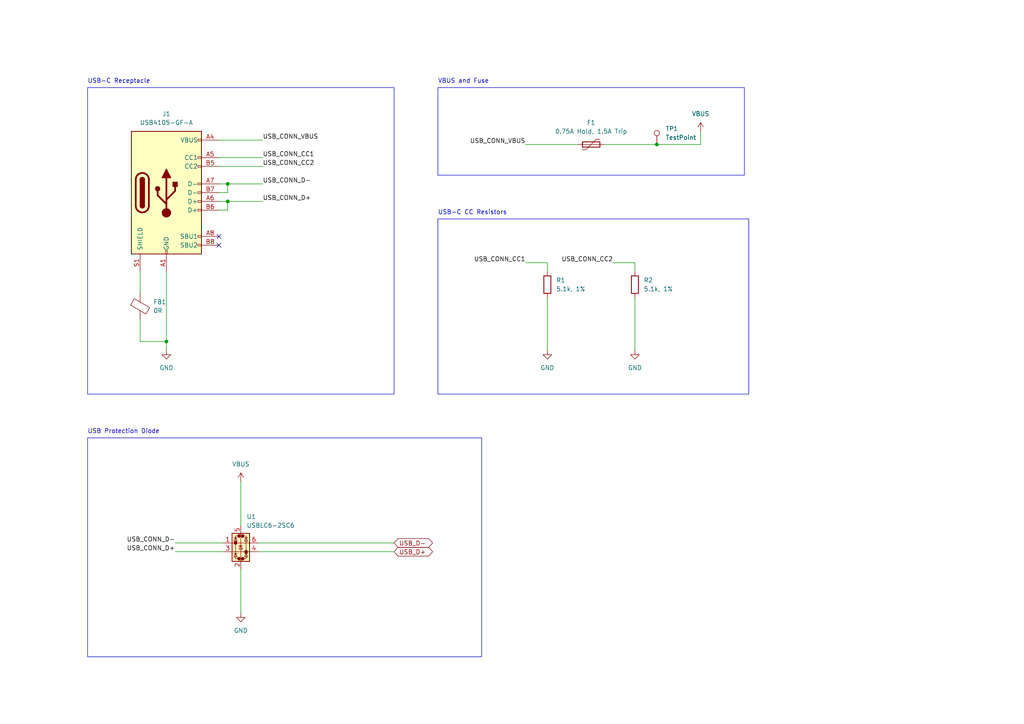
<source format=kicad_sch>
(kicad_sch (version 20250114) (generator "eeschema") (generator_version "9.0")
  (paper "A4")
  (lib_symbols
    (symbol "Connector:TestPoint" (pin_numbers (hide yes)) (pin_names (offset 0.762) (hide yes))
      (property "Reference" "TP" (at 0 6.858 0))
      (property "Value" "TestPoint" (at 0 5.08 0))
      (symbol "TestPoint_0_1"
        (circle (center 0 3.302) (radius 0.762))
      )
      (symbol "TestPoint_1_1"
        (pin passive line (at 0 0 90) (length 2.54) (name "1") (number "1"))
      )
    )
    (symbol "Connector:USB_C_Receptacle_USB2.0_16P" (pin_names (offset 1.016))
      (property "Reference" "J" (at 0 22.225 0))
      (property "Value" "USB_C_Receptacle_USB2.0_16P" (at 0 19.685 0))
      (symbol "USB_C_Receptacle_USB2.0_16P_0_0"
        (rectangle (start -0.254 -17.78) (end 0.254 -16.764))
        (rectangle (start 10.16 15.494) (end 9.144 14.986))
        (rectangle (start 10.16 10.414) (end 9.144 9.906))
        (rectangle (start 10.16 7.874) (end 9.144 7.366))
        (rectangle (start 10.16 2.794) (end 9.144 2.286))
        (rectangle (start 10.16 0.254) (end 9.144 -0.254))
        (rectangle (start 10.16 -2.286) (end 9.144 -2.794))
        (rectangle (start 10.16 -4.826) (end 9.144 -5.334))
        (rectangle (start 10.16 -12.446) (end 9.144 -12.954))
        (rectangle (start 10.16 -14.986) (end 9.144 -15.494))
      )
      (symbol "USB_C_Receptacle_USB2.0_16P_0_1"
        (rectangle (start -10.16 17.78) (end 10.16 -17.78) (stroke (width 0.254)) (fill (type background)))
        (polyline (pts (xy -8.89 -3.81) (xy -8.89 3.81)) (stroke (width 0.508)))
        (rectangle (start -7.62 -3.81) (end -6.35 3.81) (stroke (width 0.254)) (fill (type outline)))
        (arc (start -7.62 3.81) (mid -6.985 4.4423) (end -6.35 3.81) (stroke (width 0.254)))
        (arc (start -7.62 3.81) (mid -6.985 4.4423) (end -6.35 3.81) (stroke (width 0.254)) (fill (type outline)))
        (arc (start -8.89 3.81) (mid -6.985 5.7067) (end -5.08 3.81) (stroke (width 0.508)))
        (arc (start -5.08 -3.81) (mid -6.985 -5.7067) (end -8.89 -3.81) (stroke (width 0.508)))
        (arc (start -6.35 -3.81) (mid -6.985 -4.4423) (end -7.62 -3.81) (stroke (width 0.254)))
        (arc (start -6.35 -3.81) (mid -6.985 -4.4423) (end -7.62 -3.81) (stroke (width 0.254)) (fill (type outline)))
        (polyline (pts (xy -5.08 3.81) (xy -5.08 -3.81)) (stroke (width 0.508)))
        (circle (center -2.54 1.143) (radius 0.635) (stroke (width 0.254)) (fill (type outline)))
        (polyline (pts (xy -1.27 4.318) (xy 0 6.858) (xy 1.27 4.318) (xy -1.27 4.318)) (stroke (width 0.254)) (fill (type outline)))
        (polyline (pts (xy 0 -2.032) (xy 2.54 0.508) (xy 2.54 1.778)) (stroke (width 0.508)))
        (polyline (pts (xy 0 -3.302) (xy -2.54 -0.762) (xy -2.54 0.508)) (stroke (width 0.508)))
        (polyline (pts (xy 0 -5.842) (xy 0 4.318)) (stroke (width 0.508)))
        (circle (center 0 -5.842) (radius 1.27) (fill (type outline)))
        (rectangle (start 1.905 1.778) (end 3.175 3.048) (stroke (width 0.254)) (fill (type outline)))
      )
      (symbol "USB_C_Receptacle_USB2.0_16P_1_1"
        (pin passive line (at -7.62 -22.86 90) (length 5.08) (name "SHIELD") (number "S1"))
        (pin passive line (at 0 -22.86 90) (length 5.08) (name "GND") (number "A1"))
        (pin passive line (at 0 -22.86 90) (length 5.08) (hide yes) (name "GND") (number "A12"))
        (pin passive line (at 0 -22.86 90) (length 5.08) (hide yes) (name "GND") (number "B1"))
        (pin passive line (at 0 -22.86 90) (length 5.08) (hide yes) (name "GND") (number "B12"))
        (pin passive line (at 15.24 15.24 180) (length 5.08) (name "VBUS") (number "A4"))
        (pin passive line (at 15.24 15.24 180) (length 5.08) (hide yes) (name "VBUS") (number "A9"))
        (pin passive line (at 15.24 15.24 180) (length 5.08) (hide yes) (name "VBUS") (number "B4"))
        (pin passive line (at 15.24 15.24 180) (length 5.08) (hide yes) (name "VBUS") (number "B9"))
        (pin bidirectional line (at 15.24 10.16 180) (length 5.08) (name "CC1") (number "A5"))
        (pin bidirectional line (at 15.24 7.62 180) (length 5.08) (name "CC2") (number "B5"))
        (pin bidirectional line (at 15.24 2.54 180) (length 5.08) (name "D-") (number "A7"))
        (pin bidirectional line (at 15.24 0 180) (length 5.08) (name "D-") (number "B7"))
        (pin bidirectional line (at 15.24 -2.54 180) (length 5.08) (name "D+") (number "A6"))
        (pin bidirectional line (at 15.24 -5.08 180) (length 5.08) (name "D+") (number "B6"))
        (pin bidirectional line (at 15.24 -12.7 180) (length 5.08) (name "SBU1") (number "A8"))
        (pin bidirectional line (at 15.24 -15.24 180) (length 5.08) (name "SBU2") (number "B8"))
      )
    )
    (symbol "Device:FerriteBead" (pin_numbers (hide yes)) (pin_names (offset 0))
      (property "Reference" "FB" (at -3.81 0.635 90))
      (property "Value" "FerriteBead" (at 3.81 0 90))
      (symbol "FerriteBead_0_1"
        (polyline (pts (xy -2.7686 0.4064) (xy -1.7018 2.2606) (xy 2.7686 -0.3048) (xy 1.6764 -2.159) (xy -2.7686 0.4064)))
        (polyline (pts (xy 0 1.27) (xy 0 1.2954)))
        (polyline (pts (xy 0 -1.27) (xy 0 -1.2192)))
      )
      (symbol "FerriteBead_1_1"
        (pin passive line (at 0 3.81 270) (length 2.54) (name "~") (number "1"))
        (pin passive line (at 0 -3.81 90) (length 2.54) (name "~") (number "2"))
      )
    )
    (symbol "Device:Polyfuse" (pin_numbers (hide yes)) (pin_names (offset 0))
      (property "Reference" "F" (at -2.54 0 90))
      (property "Value" "Polyfuse" (at 2.54 0 90))
      (symbol "Polyfuse_0_1"
        (polyline (pts (xy -1.524 2.54) (xy -1.524 1.524) (xy 1.524 -1.524) (xy 1.524 -2.54)))
        (rectangle (start -0.762 2.54) (end 0.762 -2.54) (stroke (width 0.254)))
        (polyline (pts (xy 0 2.54) (xy 0 -2.54)))
      )
      (symbol "Polyfuse_1_1"
        (pin passive line (at 0 3.81 270) (length 1.27) (name "~") (number "1"))
        (pin passive line (at 0 -3.81 90) (length 1.27) (name "~") (number "2"))
      )
    )
    (symbol "Device:R" (pin_numbers (hide yes)) (pin_names (offset 0))
      (property "Reference" "R" (at 2.032 0 90))
      (property "Value" "R" (at 0 0 90))
      (symbol "R_0_1"
        (rectangle (start -1.016 -2.54) (end 1.016 2.54) (stroke (width 0.254)))
      )
      (symbol "R_1_1"
        (pin passive line (at 0 3.81 270) (length 1.27) (name "~") (number "1"))
        (pin passive line (at 0 -3.81 90) (length 1.27) (name "~") (number "2"))
      )
    )
    (symbol "Power_Protection:USBLC6-2SC6" (pin_names (hide yes))
      (property "Reference" "U" (at 0.635 5.715 0))
      (property "Value" "USBLC6-2SC6" (at 0.635 3.81 0))
      (symbol "USBLC6-2SC6_0_0"
        (circle (center -1.524 0) (radius 0.0001) (stroke (width 0.508)))
        (circle (center -0.508 2.032) (radius 0.0001) (stroke (width 0.508)))
        (circle (center -0.508 -4.572) (radius 0.0001) (stroke (width 0.508)))
        (circle (center 0.508 2.032) (radius 0.0001) (stroke (width 0.508)))
        (circle (center 0.508 -4.572) (radius 0.0001) (stroke (width 0.508)))
        (circle (center 1.524 -2.54) (radius 0.0001) (stroke (width 0.508)))
      )
      (symbol "USBLC6-2SC6_0_1"
        (polyline (pts (xy -2.54 0) (xy 2.54 0)))
        (polyline (pts (xy -2.54 -2.54) (xy 2.54 -2.54)))
        (polyline (pts (xy -2.032 0.508) (xy -1.016 0.508) (xy -1.524 1.524) (xy -2.032 0.508)))
        (polyline (pts (xy -2.032 -3.048) (xy -1.016 -3.048)))
        (polyline (pts (xy -1.016 1.524) (xy -2.032 1.524)))
        (polyline (pts (xy -1.016 -4.064) (xy -2.032 -4.064) (xy -1.524 -3.048) (xy -1.016 -4.064)))
        (polyline (pts (xy -0.508 -1.143) (xy -0.508 -0.762) (xy 0.508 -0.762)))
        (polyline (pts (xy 0 2.54) (xy -0.508 2.032) (xy 0.508 2.032) (xy 0 1.524) (xy 0 -4.064) (xy -0.508 -4.572) (xy 0.508 -4.572) (xy 0 -5.08)))
        (polyline (pts (xy 0.508 -1.778) (xy -0.508 -1.778) (xy 0 -0.762) (xy 0.508 -1.778)))
        (polyline (pts (xy 1.016 1.524) (xy 2.032 1.524)))
        (polyline (pts (xy 1.016 -3.048) (xy 2.032 -3.048)))
        (polyline (pts (xy 2.032 0.508) (xy 1.016 0.508) (xy 1.524 1.524) (xy 2.032 0.508)))
        (polyline (pts (xy 2.032 -4.064) (xy 1.016 -4.064) (xy 1.524 -3.048) (xy 2.032 -4.064)))
      )
      (symbol "USBLC6-2SC6_1_1"
        (rectangle (start -2.54 2.794) (end 2.54 -5.334) (stroke (width 0.254)) (fill (type background)))
        (polyline (pts (xy -0.508 2.032) (xy -1.524 2.032) (xy -1.524 -4.572) (xy -0.508 -4.572)))
        (polyline (pts (xy 0.508 -4.572) (xy 1.524 -4.572) (xy 1.524 2.032) (xy 0.508 2.032)))
        (pin passive line (at -5.08 0 0) (length 2.54) (name "I/O1") (number "1"))
        (pin passive line (at -5.08 -2.54 0) (length 2.54) (name "I/O2") (number "3"))
        (pin passive line (at 0 5.08 270) (length 2.54) (name "VBUS") (number "5"))
        (pin passive line (at 0 -7.62 90) (length 2.54) (name "GND") (number "2"))
        (pin passive line (at 5.08 0 180) (length 2.54) (name "I/O1") (number "6"))
        (pin passive line (at 5.08 -2.54 180) (length 2.54) (name "I/O2") (number "4"))
      )
    )
    (symbol "power:GND" (power) (pin_numbers (hide yes)) (pin_names (offset 0) (hide yes))
      (property "Value" "GND" (at 0 -3.81 0))
      (symbol "GND_0_1"
        (polyline (pts (xy 0 0) (xy 0 -1.27) (xy 1.27 -1.27) (xy 0 -2.54) (xy -1.27 -1.27) (xy 0 -1.27)))
      )
      (symbol "GND_1_1"
        (pin power_in line (at 0 0 270) (length 0) (name "~") (number "1"))
      )
    )
    (symbol "power:VBUS" (power) (pin_numbers (hide yes)) (pin_names (offset 0) (hide yes))
      (property "Value" "VBUS" (at 0 3.556 0))
      (symbol "VBUS_0_1"
        (polyline (pts (xy -0.762 1.27) (xy 0 2.54)))
        (polyline (pts (xy 0 2.54) (xy 0.762 1.27)))
        (polyline (pts (xy 0 0) (xy 0 2.54)))
      )
      (symbol "VBUS_1_1"
        (pin power_in line (at 0 0 90) (length 0) (name "~") (number "1"))
      )
    )
  )
  (rectangle (start 127 25.4) (end 215.9 50.8))
  (rectangle (start 25.4 25.4) (end 114.3 114.3))
  (rectangle (start 25.4 127) (end 139.7 190.5))
  (rectangle (start 127 63.5) (end 217.17 114.3))
  (text "USB-C CC Resistors" (at 127 60.96 0) (effects (font (size 1.27 1.27)) (justify left top)))
  (text "VBUS and Fuse" (at 127 22.86 0) (effects (font (size 1.27 1.27)) (justify left top)))
  (text "USB Protection Diode" (at 25.4 124.46 0) (effects (font (size 1.27 1.27)) (justify left top)))
  (text "USB-C Receptacle" (at 25.4 22.86 0) (effects (font (size 1.27 1.27)) (justify left top)))
  (junction (at 48.26 99.06))
  (junction (at 66.04 53.34))
  (junction (at 190.5 41.91))
  (junction (at 66.04 58.42))
  (no_connect (at 63.5 71.12))
  (no_connect (at 63.5 68.58))
  (wire (pts (xy 69.85 139.7) (xy 69.85 152.4)))
  (wire (pts (xy 158.75 76.2) (xy 158.75 78.74)))
  (wire (pts (xy 74.93 160.02) (xy 114.3 160.02)))
  (wire (pts (xy 158.75 86.36) (xy 158.75 101.6)))
  (wire (pts (xy 184.15 86.36) (xy 184.15 101.6)))
  (wire (pts (xy 66.04 58.42) (xy 76.2 58.42)))
  (wire (pts (xy 152.4 76.2) (xy 158.75 76.2)))
  (wire (pts (xy 190.5 41.91) (xy 203.2 41.91)))
  (wire (pts (xy 63.5 60.96) (xy 66.04 60.96)))
  (wire (pts (xy 175.26 41.91) (xy 190.5 41.91)))
  (wire (pts (xy 40.64 78.74) (xy 40.64 85.09)))
  (wire (pts (xy 177.8 76.2) (xy 184.15 76.2)))
  (wire (pts (xy 40.64 92.71) (xy 40.64 99.06)))
  (wire (pts (xy 76.2 45.72) (xy 63.5 45.72)))
  (wire (pts (xy 76.2 48.26) (xy 63.5 48.26)))
  (wire (pts (xy 63.5 53.34) (xy 66.04 53.34)))
  (wire (pts (xy 66.04 55.88) (xy 66.04 53.34)))
  (wire (pts (xy 74.93 157.48) (xy 114.3 157.48)))
  (wire (pts (xy 66.04 60.96) (xy 66.04 58.42)))
  (wire (pts (xy 48.26 78.74) (xy 48.26 99.06)))
  (wire (pts (xy 184.15 76.2) (xy 184.15 78.74)))
  (wire (pts (xy 69.85 165.1) (xy 69.85 177.8)))
  (wire (pts (xy 203.2 38.1) (xy 203.2 41.91)))
  (wire (pts (xy 152.4 41.91) (xy 167.64 41.91)))
  (wire (pts (xy 50.8 160.02) (xy 64.77 160.02)))
  (wire (pts (xy 63.5 55.88) (xy 66.04 55.88)))
  (wire (pts (xy 48.26 99.06) (xy 48.26 101.6)))
  (wire (pts (xy 63.5 40.64) (xy 76.2 40.64)))
  (wire (pts (xy 48.26 99.06) (xy 40.64 99.06)))
  (wire (pts (xy 66.04 53.34) (xy 76.2 53.34)))
  (wire (pts (xy 50.8 157.48) (xy 64.77 157.48)))
  (wire (pts (xy 63.5 58.42) (xy 66.04 58.42)))
  (label "USB_CONN_CC1" (at 152.4 76.2 180))
  (label "USB_CONN_VBUS" (at 152.4 41.91 180))
  (label "USB_CONN_D+" (at 50.8 160.02 180))
  (label "USB_CONN_CC2" (at 76.2 48.26 0))
  (label "USB_CONN_VBUS" (at 76.2 40.64 0))
  (label "USB_CONN_D-" (at 76.2 53.34 0))
  (label "USB_CONN_CC1" (at 76.2 45.72 0))
  (label "USB_CONN_D-" (at 50.8 157.48 180))
  (label "USB_CONN_CC2" (at 177.8 76.2 180))
  (label "USB_CONN_D+" (at 76.2 58.42 0))
  (global_label "USB_D-" (shape bidirectional) (at 114.3 157.48 0) (property "Intersheetrefs" "${INTERSHEET_REFS}" (effects (hide yes))))
  (global_label "USB_D+" (shape bidirectional) (at 114.3 160.02 0) (property "Intersheetrefs" "${INTERSHEET_REFS}" (effects (hide yes))))
  (symbol (lib_id "power:GND") (at 69.85 177.8 0) (unit 1)
    (property "Reference" "#PWR06" (effects (hide yes)))
    (property "Value" "GND" (at 69.85 182.88 0))
    (property "Description" "Power symbol creates a global label with name \"GND\" , ground" (effects (hide yes)))
  )
  (symbol (lib_id "Connector:USB_C_Receptacle_USB2.0_16P") (at 48.26 55.88 0) (unit 1)
    (property "Reference" "J1" (at 48.26 33.02 0))
    (property "Value" "USB4105-GF-A" (at 48.26 35.56 0))
    (property "Footprint" "Connector_USB:USB_C_Receptacle_GCT_USB4105-xx-A_16P_TopMnt_Horizontal" (effects (hide yes)))
    (property "Datasheet" "https://gct.co/files/specs/usb4105-spec.pdf" (effects (hide yes)))
    (property "Description" "USB 2.0-only 16P Type-C Receptacle connector" (effects (hide yes)))
    (property "Digikey_URL" "https://www.digikey.com.au/en/products/detail/gct/usb4105-gf-a/11198441" (effects (hide yes)))
  )
  (symbol (lib_id "Power_Protection:USBLC6-2SC6") (at 69.85 157.48 0) (unit 1)
    (property "Reference" "U1" (at 71.5011 149.86 0) (effects (justify left)))
    (property "Value" "USBLC6-2SC6" (at 71.5011 152.4 0) (effects (justify left)))
    (property "Footprint" "Package_TO_SOT_SMD:SOT-23-6" (effects (hide yes)))
    (property "Datasheet" "https://www.st.com/resource/en/datasheet/usblc6-2.pdf" (effects (hide yes)))
    (property "Description" "Very low capacitance ESD protection diode, 2 data-line, SOT-23-6" (effects (hide yes)))
  )
  (symbol (lib_id "power:VBUS") (at 69.85 139.7 0) (unit 1)
    (property "Reference" "#PWR05" (effects (hide yes)))
    (property "Value" "VBUS" (at 69.85 134.62 0))
    (property "Description" "Power symbol creates a global label with name \"VBUS\"" (effects (hide yes)))
  )
  (symbol (lib_id "Device:FerriteBead") (at 40.64 88.9 0) (unit 1)
    (property "Reference" "FB1" (at 44.45 87.5791 0) (effects (justify left)))
    (property "Value" "0R" (at 44.45 90.1191 0) (effects (justify left)))
    (property "Footprint" "Resistor_SMD:R_0402_1005Metric" (effects (hide yes)))
    (property "Description" "Ferrite bead" (effects (hide yes)))
  )
  (symbol (lib_id "Device:R") (at 158.75 82.55 0) (unit 1)
    (property "Reference" "R1" (at 161.29 81.2799 0) (effects (justify left)))
    (property "Value" "5.1k, 1%" (at 161.29 83.8199 0) (effects (justify left)))
    (property "Footprint" "Resistor_SMD:R_0402_1005Metric" (effects (hide yes)))
    (property "Description" "Resistor" (effects (hide yes)))
  )
  (symbol (lib_id "power:VBUS") (at 203.2 38.1 0) (unit 1)
    (property "Reference" "#PWR02" (effects (hide yes)))
    (property "Value" "VBUS" (at 203.2 33.02 0))
    (property "Description" "Power symbol creates a global label with name \"VBUS\"" (effects (hide yes)))
  )
  (symbol (lib_id "power:GND") (at 158.75 101.6 0) (unit 1)
    (property "Reference" "#PWR03" (effects (hide yes)))
    (property "Value" "GND" (at 158.75 106.68 0))
    (property "Description" "Power symbol creates a global label with name \"GND\" , ground" (effects (hide yes)))
  )
  (symbol (lib_id "Connector:TestPoint") (at 190.5 41.91 0) (unit 1)
    (property "Reference" "TP1" (at 193.04 37.3379 0) (effects (justify left)))
    (property "Value" "TestPoint" (at 193.04 39.8779 0) (effects (justify left)))
    (property "Footprint" "0.Project:TestPoint_Pad_D0.5mm" (effects (hide yes)))
    (property "Description" "test point" (effects (hide yes)))
  )
  (symbol (lib_id "Device:R") (at 184.15 82.55 0) (unit 1)
    (property "Reference" "R2" (at 186.69 81.2799 0) (effects (justify left)))
    (property "Value" "5.1k, 1%" (at 186.69 83.8199 0) (effects (justify left)))
    (property "Footprint" "Resistor_SMD:R_0402_1005Metric" (effects (hide yes)))
    (property "Description" "Resistor" (effects (hide yes)))
  )
  (symbol (lib_id "power:GND") (at 184.15 101.6 0) (unit 1)
    (property "Reference" "#PWR04" (effects (hide yes)))
    (property "Value" "GND" (at 184.15 106.68 0))
    (property "Description" "Power symbol creates a global label with name \"GND\" , ground" (effects (hide yes)))
  )
  (symbol (lib_id "Device:Polyfuse") (at 171.45 41.91 90) (unit 1)
    (property "Reference" "F1" (at 171.45 35.56 90))
    (property "Value" "0.75A Hold, 1.5A Trip" (at 171.45 38.1 90))
    (property "Footprint" "Resistor_SMD:R_0603_1608Metric" (effects (hide yes)))
    (property "Description" "Resettable fuse, polymeric positive temperature coefficient" (effects (hide yes)))
  )
  (symbol (lib_id "power:GND") (at 48.26 101.6 0) (unit 1)
    (property "Reference" "#PWR01" (effects (hide yes)))
    (property "Value" "GND" (at 48.26 106.68 0))
    (property "Description" "Power symbol creates a global label with name \"GND\" , ground" (effects (hide yes)))
  )
)
</source>
